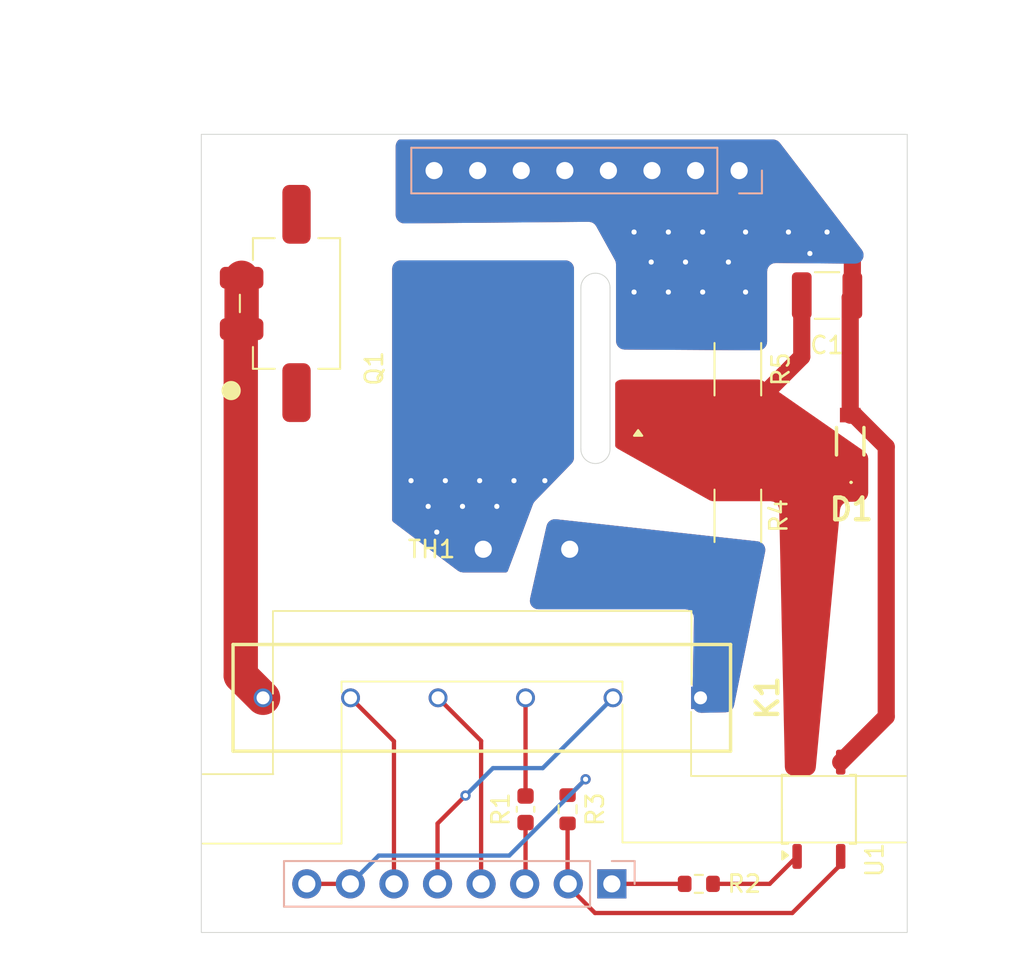
<source format=kicad_pcb>
(kicad_pcb (version 20240108) (generator "pcbnew") (generator_version "8.0")
  (layers (0 "F.Cu" signal) (31 "B.Cu" signal) (34 "B.Paste" user) (35 "F.Paste" user) (36 "B.SilkS" user "B.Silkscreen") (37 "F.SilkS" user "F.Silkscreen") (38 "B.Mask" user) (39 "F.Mask" user) (44 "Edge.Cuts" user))
  (net 0 "")
  (net 1 "Net-(D1-A)")
  (net 2 "Net-(D1-K)")
  (net 3 "/HV+_Akku")
  (net 4 "Net-(K1-Pad2)")
  (net 5 "/GND_Coil")
  (net 6 "/SDC_buf")
  (net 7 "+3V3")
  (net 8 "Net-(R2-Pad2)")
  (net 9 "GND")
  (net 10 "/SDC_closed")
  (net 11 "Net-(Q1-D)")
  (net 12 "/aux_in0")
  (net 13 "/aux_out0")
  (net 14 "Net-(K1-Pad8)")
  (footprint "KDZVTR15B:KDZVTR15B" (layer "F.Cu") (at 161.6 91.7 180)
    (property "Reference" "D1" (at -0.065 -3.975 180) (layer "F.SilkS") (effects (font (size 1.27 1.27) (thickness 0.254))))
    (property "Value" "KDZVTR15B" (hide yes))
    (fp_line (start 0.8 -0.8) (end 0.8 0.8) (stroke (width 0.2)) (layer "F.SilkS"))
    (fp_line (start 0 -2.4) (end 0 -2.4) (stroke (width 0.1)) (layer "F.SilkS"))
    (fp_line (start -0.1 -2.4) (end -0.1 -2.4) (stroke (width 0.1)) (layer "F.SilkS"))
    (fp_line (start -0.8 -0.8) (end -0.8 0.8) (stroke (width 0.2)) (layer "F.SilkS"))
    (fp_arc (start 0 -2.4) (mid -0.05 -2.35) (end -0.1 -2.4) (stroke (width 0.1)) (layer "F.SilkS"))
    (fp_arc (start -0.1 -2.4) (mid -0.05 -2.45) (end 0 -2.4) (stroke (width 0.1)) (layer "F.SilkS"))
    (pad "1" smd rect (at 0 -1.525 270) (size 0.85 1.2) (layers "F.Cu" "F.Paste" "F.Mask") (net 2 "Net-(D1-K)"))
    (pad "2" smd rect (at 0 1.525 270) (size 0.85 1.2) (layers "F.Cu" "F.Paste" "F.Mask") (net 1 "Net-(D1-A)"))
  )
  (footprint "FaSTTUBe_connectors:Micro_Mate-N-Lok_2p_vertical" (layer "F.Cu") (at 129.325 83.665 90)
    (property "Reference" "J2" (hide yes))
    (property "Value" "MMNL_2p_hv+")
    (fp_line (start -0.508 -3.302) (end 0.508 -3.302) (stroke (width 0.12)) (layer "F.SilkS"))
    (fp_line (start 3.81 -2.54) (end 3.81 -1.27) (stroke (width 0.12)) (layer "F.SilkS"))
    (fp_line (start 2.54 -2.54) (end 3.81 -2.54) (stroke (width 0.12)) (layer "F.SilkS"))
    (fp_line (start -3.81 -2.54) (end -2.54 -2.54) (stroke (width 0.12)) (layer "F.SilkS"))
    (fp_line (start -3.81 -1.27) (end -3.81 -2.54) (stroke (width 0.12)) (layer "F.SilkS"))
    (fp_line (start 3.81 2.54) (end 3.81 1.27) (stroke (width 0.12)) (layer "F.SilkS"))
    (fp_line (start -3.81 2.54) (end -3.81 1.27) (stroke (width 0.12)) (layer "F.SilkS"))
    (fp_line (start -3.81 2.54) (end 3.81 2.54) (stroke (width 0.12)) (layer "F.SilkS"))
    (fp_circle (center -5.08 -3.81) (end -4.58 -3.81) (stroke (width 0.12)) (fill solid) (layer "F.SilkS"))
    (pad "" smd roundrect (at -5.2 0 90) (size 3.43 1.65) (layers "F.Cu" "F.Paste" "F.Mask"))
    (pad "" smd roundrect (at 5.2 0 90) (size 3.43 1.65) (layers "F.Cu" "F.Paste" "F.Mask"))
    (pad "1" smd roundrect (at -1.5 -3.2 90) (size 1.27 2.54) (layers "F.Cu" "F.Paste" "F.Mask") (net 3 "/HV+_Akku") (clearance 1.75))
    (pad "2" smd roundrect (at 1.5 -3.2 90) (size 1.27 2.54) (layers "F.Cu" "F.Paste" "F.Mask") (net 3 "/HV+_Akku") (clearance 1.75))
  )
  (footprint "Resistor_SMD:R_2010_5025Metric_Pad1.40x2.65mm_HandSolder" (layer "F.Cu") (at 155.05 96.05 90)
    (property "Reference" "R4" (at 0 2.375 270) (layer "F.SilkS"))
    (property "Value" "1M (600V)")
    (fp_line (start -1.527064 -1.36) (end 1.527064 -1.36) (stroke (width 0.12)) (layer "F.SilkS"))
    (fp_line (start -1.527064 1.36) (end 1.527064 1.36) (stroke (width 0.12)) (layer "F.SilkS"))
    (pad "1" smd roundrect (at -2.4 0 90) (size 1.4 2.65) (layers "F.Cu" "F.Paste" "F.Mask") (roundrect_rratio 0.178571) (net 14 "Net-(K1-Pad8)"))
    (pad "2" smd roundrect (at 2.4 0 90) (size 1.4 2.65) (layers "F.Cu" "F.Paste" "F.Mask") (roundrect_rratio 0.178571) (net 2 "Net-(D1-K)"))
  )
  (footprint "Capacitor_SMD:C_0603_1608Metric" (layer "F.Cu") (at 142.675 113.165 90)
    (property "Reference" "R1" (at 0 -1.45 -90) (layer "F.SilkS"))
    (property "Value" "1k")
    (fp_line (start -0.14058 -0.51) (end 0.14058 -0.51) (stroke (width 0.12)) (layer "F.SilkS"))
    (fp_line (start -0.14058 0.51) (end 0.14058 0.51) (stroke (width 0.12)) (layer "F.SilkS"))
    (pad "1" smd roundrect (at -0.775 0 90) (size 0.9 0.95) (layers "F.Cu" "F.Paste" "F.Mask") (net 6 "/SDC_buf"))
    (pad "2" smd roundrect (at 0.775 0 90) (size 0.9 0.95) (layers "F.Cu" "F.Paste" "F.Mask") (net 4 "Net-(K1-Pad2)"))
  )
  (footprint "Capacitor_SMD:C_1210_3225Metric" (layer "F.Cu") (at 160.25 83.2)
    (property "Reference" "C1" (at 0 2.9 360) (layer "F.SilkS"))
    (property "Value" "10u")
    (fp_line (start -0.711252 -1.36) (end 0.711252 -1.36) (stroke (width 0.12)) (layer "F.SilkS"))
    (fp_line (start -0.711252 1.36) (end 0.711252 1.36) (stroke (width 0.12)) (layer "F.SilkS"))
    (pad "1" smd roundrect (at -1.475 0) (size 1.15 2.7) (layers "F.Cu" "F.Paste" "F.Mask") (roundrect_rratio 0.217391) (net 2 "Net-(D1-K)"))
    (pad "2" smd roundrect (at 1.475 0) (size 1.15 2.7) (layers "F.Cu" "F.Paste" "F.Mask") (roundrect_rratio 0.217391) (net 1 "Net-(D1-A)"))
  )
  (footprint "Package_SO:SOP-4_3.8x4.1mm_P2.54mm" (layer "F.Cu") (at 159.775 113.165 90)
    (property "Reference" "U1" (at -2.95 3.25 -90) (layer "F.SilkS"))
    (property "Value" "WL_OCPT")
    (fp_line (start 2.01 -2.16) (end 2.01 -1.805) (stroke (width 0.12)) (layer "F.SilkS"))
    (fp_line (start 0 -2.16) (end 2.01 -2.16) (stroke (width 0.12)) (layer "F.SilkS"))
    (fp_line (start 0 -2.16) (end -2.01 -2.16) (stroke (width 0.12)) (layer "F.SilkS"))
    (fp_line (start -2.01 -2.16) (end -2.01 -1.805) (stroke (width 0.12)) (layer "F.SilkS"))
    (fp_line (start 2.01 2.16) (end 2.01 1.805) (stroke (width 0.12)) (layer "F.SilkS"))
    (fp_line (start 0 2.16) (end 2.01 2.16) (stroke (width 0.12)) (layer "F.SilkS"))
    (fp_line (start 0 2.16) (end -2.01 2.16) (stroke (width 0.12)) (layer "F.SilkS"))
    (fp_line (start -2.01 2.16) (end -2.01 1.805) (stroke (width 0.12)) (layer "F.SilkS"))
    (fp_poly (pts (xy -2.6875 -1.805) (xy -2.9275 -2.135) (xy -2.4475 -2.135) (xy -2.6875 -1.805)) (stroke (width 0.12)) (fill solid) (layer "F.SilkS"))
    (pad "1" smd roundrect (at -2.75 -1.27 90) (size 1.45 0.55) (layers "F.Cu" "F.Paste" "F.Mask") (net 8 "Net-(R2-Pad2)"))
    (pad "2" smd roundrect (at -2.75 1.27 90) (size 1.45 0.55) (layers "F.Cu" "F.Paste" "F.Mask") (net 10 "/SDC_closed"))
    (pad "3" smd roundrect (at 2.75 1.27 90) (size 1.45 0.55) (layers "F.Cu" "F.Paste" "F.Mask") (net 1 "Net-(D1-A)"))
    (pad "4" smd roundrect (at 2.75 -1.27 90) (size 1.45 0.55) (layers "F.Cu" "F.Paste" "F.Mask") (net 2 "Net-(D1-K)"))
  )
  (footprint "Resistor_SMD:R_0603_1608Metric" (layer "F.Cu") (at 152.775 117.515)
    (property "Reference" "R2" (at 2.65 0 0) (layer "F.SilkS"))
    (property "Value" "20")
    (fp_line (start -0.237258 -0.5225) (end 0.237258 -0.5225) (stroke (width 0.12)) (layer "F.SilkS"))
    (fp_line (start -0.237258 0.5225) (end 0.237258 0.5225) (stroke (width 0.12)) (layer "F.SilkS"))
    (pad "1" smd roundrect (at -0.825 0) (size 0.8 0.95) (layers "F.Cu" "F.Paste" "F.Mask") (net 7 "+3V3"))
    (pad "2" smd roundrect (at 0.825 0) (size 0.8 0.95) (layers "F.Cu" "F.Paste" "F.Mask") (net 8 "Net-(R2-Pad2)"))
  )
  (footprint "Connector_PinHeader_2.54mm:PinHeader_1x02_P2.54mm_Vertical" (layer "F.Cu") (at 142.75 98 -90)
    (property "Reference" "TH1" (at 0 5.55 180) (layer "F.SilkS"))
    (property "Value" "PTCEL13R501NxE")
    (pad "1" thru_hole rect (at 0 -2.5 270) (size 1.7 1.7) (drill 1) (layers "*.Cu" "*.Mask") (net 14 "Net-(K1-Pad8)"))
    (pad "2" thru_hole oval (at 0 2.54 270) (size 1.7 1.7) (drill 1) (layers "*.Cu" "*.Mask") (net 11 "Net-(Q1-D)"))
  )
  (footprint "Resistor_SMD:R_0603_1608Metric" (layer "F.Cu") (at 145.125 113.165 90)
    (property "Reference" "R3" (at 0 1.6 -90) (layer "F.SilkS"))
    (property "Value" "100k")
    (fp_line (start -0.237258 -0.5225) (end 0.237258 -0.5225) (stroke (width 0.12)) (layer "F.SilkS"))
    (fp_line (start -0.237258 0.5225) (end 0.237258 0.5225) (stroke (width 0.12)) (layer "F.SilkS"))
    (pad "1" smd roundrect (at -0.825 0 90) (size 0.8 0.95) (layers "F.Cu" "F.Paste" "F.Mask") (net 10 "/SDC_closed"))
    (pad "2" smd roundrect (at 0.825 0 90) (size 0.8 0.95) (layers "F.Cu" "F.Paste" "F.Mask") (net 9 "GND"))
  )
  (footprint "MountingHole:MountingHole_4.3mm_M4" (layer "F.Cu") (at 130.55 96.4)
    (property "Reference" "H1" (hide yes))
    (property "Value" "MountingHole")
    (pad "" np_thru_hole circle (at 0 0) (size 4.3 4.3) (drill 4.3) (layers "*.Cu" "*.Mask"))
  )
  (footprint "Resistor_SMD:R_2010_5025Metric_Pad1.40x2.65mm_HandSolder" (layer "F.Cu") (at 155.05 87.5 90)
    (property "Reference" "R5" (at 0 2.5 270) (layer "F.SilkS"))
    (property "Value" "1M")
    (fp_line (start -1.527064 -1.36) (end 1.527064 -1.36) (stroke (width 0.12)) (layer "F.SilkS"))
    (fp_line (start -1.527064 1.36) (end 1.527064 1.36) (stroke (width 0.12)) (layer "F.SilkS"))
    (pad "1" smd roundrect (at -2.4 0 90) (size 1.4 2.65) (layers "F.Cu" "F.Paste" "F.Mask") (roundrect_rratio 0.178571) (net 2 "Net-(D1-K)"))
    (pad "2" smd roundrect (at 2.4 0 90) (size 1.4 2.65) (layers "F.Cu" "F.Paste" "F.Mask") (roundrect_rratio 0.178571) (net 1 "Net-(D1-A)"))
  )
  (footprint "Package_TO_SOT_SMD:TO-263-2" (layer "F.Cu") (at 141.85 87.45 180)
    (property "Reference" "Q1" (at 8 0 -90) (layer "F.SilkS"))
    (property "Value" "STB10LN80K5")
    (fp_poly (pts (xy -7.3875 -3.6) (xy -7.6275 -3.93) (xy -7.1475 -3.93) (xy -7.3875 -3.6)) (stroke (width 0.12)) (fill solid) (layer "F.SilkS"))
    (pad "1" smd roundrect (at -8 -2.6 180) (size 3.725 1.8475) (layers "F.Cu" "F.Paste" "F.Mask") (roundrect_rratio 0.227273) (net 2 "Net-(D1-K)"))
    (pad "2" smd roundrect (at -0.925 -2.775 180) (size 4.55 5.25) (layers "F.Cu" "F.Paste") (roundrect_rratio 0.054945) (net 11 "Net-(Q1-D)"))
    (pad "2" smd roundrect (at -0.925 2.775 180) (size 4.55 5.25) (layers "F.Cu" "F.Paste") (roundrect_rratio 0.054945) (net 11 "Net-(Q1-D)"))
    (pad "2" smd roundrect (at 1.5 0 180) (size 9.4 10.8) (layers "F.Cu" "F.Mask") (roundrect_rratio 0.026596) (net 11 "Net-(Q1-D)") (clearance 2.75))
    (pad "2" smd roundrect (at 3.925 -2.775 180) (size 4.55 5.25) (layers "F.Cu" "F.Paste") (roundrect_rratio 0.054945) (net 11 "Net-(Q1-D)"))
    (pad "2" smd roundrect (at 3.925 2.775 180) (size 4.55 5.25) (layers "F.Cu" "F.Paste") (roundrect_rratio 0.054945) (net 11 "Net-(Q1-D)"))
    (pad "3" smd roundrect (at -8.0375 2.4 180) (size 3.675 1.8775) (layers "F.Cu" "F.Paste" "F.Mask") (roundrect_rratio 0.227273) (net 1 "Net-(D1-A)"))
  )
  (footprint "104-2-A-24_1D:1042A122D" (layer "F.Cu") (at 152.875 106.665 180)
    (property "Reference" "K1" (at -3.9 0 -90) (layer "F.SilkS") (effects (font (size 1.27 1.27) (thickness 0.254))))
    (property "Value" "104-2-A-24/1D " (hide yes))
    (fp_line (start 27.25 3.11) (end -1.75 3.11) (stroke (width 0.2)) (layer "F.SilkS"))
    (fp_line (start 27.25 -3.11) (end 27.25 3.11) (stroke (width 0.2)) (layer "F.SilkS"))
    (fp_line (start -1.75 3.11) (end -1.75 -3.11) (stroke (width 0.2)) (layer "F.SilkS"))
    (fp_line (start -1.75 -3.11) (end 27.25 -3.11) (stroke (width 0.2)) (layer "F.SilkS"))
    (pad "1" thru_hole circle (at 20.4 0 180) (size 1.1 1.1) (drill 0.76) (layers "*.Cu" "*.Mask") (net 12 "/aux_in0"))
    (pad "2" thru_hole circle (at 10.2 0 180) (size 1.1 1.1) (drill 0.76) (layers "*.Cu" "*.Mask") (net 4 "Net-(K1-Pad2)"))
    (pad "6" thru_hole circle (at 15.3 0 180) (size 1.1 1.1) (drill 0.76) (layers "*.Cu" "*.Mask") (net 5 "/GND_Coil"))
    (pad "7" thru_hole circle (at 5.1 0 180) (size 1.1 1.1) (drill 0.76) (layers "*.Cu" "*.Mask") (net 13 "/aux_out0"))
    (pad "8" thru_hole rect (at 0 0 180) (size 1.1 1.303) (drill 0.76) (layers "*.Cu" "*.Mask") (net 14 "Net-(K1-Pad8)") (clearance 2))
    (pad "14" thru_hole circle (at 25.5 0 180) (size 1.1 1.1) (drill 0.76) (layers "*.Cu" "*.Mask") (net 3 "/HV+_Akku") (clearance 2))
  )
  (footprint "Connector_PinHeader_2.54mm:PinHeader_1x08_P2.54mm_Vertical" (layer "B.Cu") (at 155.125 75.915 90)
    (property "Reference" "J3" (hide yes))
    (property "Value" "HV+_Vehicle_Side")
    (fp_line (start 1.33 -19.11) (end -1.33 -19.11) (stroke (width 0.12)) (layer "B.SilkS"))
    (fp_line (start 1.33 -19.11) (end 1.33 -1.27) (stroke (width 0.12)) (layer "B.SilkS"))
    (fp_line (start -1.33 -19.11) (end -1.33 -1.27) (stroke (width 0.12)) (layer "B.SilkS"))
    (fp_line (start 1.33 -1.27) (end -1.33 -1.27) (stroke (width 0.12)) (layer "B.SilkS"))
    (fp_line (start 0 1.33) (end -1.33 1.33) (stroke (width 0.12)) (layer "B.SilkS"))
    (fp_line (start -1.33 1.33) (end -1.33 0) (stroke (width 0.12)) (layer "B.SilkS"))
    (pad "1" thru_hole rect (at 0 0 90) (size 1.7 1.7) (drill 1) (layers "*.Cu" "*.Mask") (net 1 "Net-(D1-A)") (clearance 2))
    (pad "2" thru_hole oval (at 0 -2.54 90) (size 1.7 1.7) (drill 1) (layers "*.Cu" "*.Mask") (net 1 "Net-(D1-A)") (clearance 2))
    (pad "3" thru_hole oval (at 0 -5.08 90) (size 1.7 1.7) (drill 1) (layers "*.Cu" "*.Mask") (net 1 "Net-(D1-A)") (clearance 2))
    (pad "4" thru_hole oval (at 0 -7.62 90) (size 1.7 1.7) (drill 1) (layers "*.Cu" "*.Mask") (net 1 "Net-(D1-A)") (clearance 2))
    (pad "5" thru_hole oval (at 0 -10.16 90) (size 1.7 1.7) (drill 1) (layers "*.Cu" "*.Mask") (net 1 "Net-(D1-A)") (clearance 2))
    (pad "6" thru_hole oval (at 0 -12.7 90) (size 1.7 1.7) (drill 1) (layers "*.Cu" "*.Mask") (net 1 "Net-(D1-A)") (clearance 2))
    (pad "7" thru_hole oval (at 0 -15.24 90) (size 1.7 1.7) (drill 1) (layers "*.Cu" "*.Mask") (net 1 "Net-(D1-A)") (clearance 2))
    (pad "8" thru_hole oval (at 0 -17.78 90) (size 1.7 1.7) (drill 1) (layers "*.Cu" "*.Mask") (net 1 "Net-(D1-A)") (clearance 2))
  )
  (footprint "Connector_PinSocket_2.54mm:PinSocket_1x08_P2.54mm_Vertical" (layer "B.Cu") (at 147.705 117.515 90)
    (property "Reference" "J1" (hide yes))
    (property "Value" "Conn_01x08")
    (fp_line (start 1.33 -19.11) (end -1.33 -19.11) (stroke (width 0.12)) (layer "B.SilkS"))
    (fp_line (start 1.33 -19.11) (end 1.33 -1.27) (stroke (width 0.12)) (layer "B.SilkS"))
    (fp_line (start -1.33 -19.11) (end -1.33 -1.27) (stroke (width 0.12)) (layer "B.SilkS"))
    (fp_line (start 1.33 -1.27) (end -1.33 -1.27) (stroke (width 0.12)) (layer "B.SilkS"))
    (fp_line (start 1.33 0) (end 1.33 1.33) (stroke (width 0.12)) (layer "B.SilkS"))
    (fp_line (start 1.33 1.33) (end 0 1.33) (stroke (width 0.12)) (layer "B.SilkS"))
    (pad "1" thru_hole rect (at 0 0 90) (size 1.7 1.7) (drill 1) (layers "*.Cu" "*.Mask") (net 7 "+3V3"))
    (pad "2" thru_hole oval (at 0 -2.54 90) (size 1.7 1.7) (drill 1) (layers "*.Cu" "*.Mask") (net 10 "/SDC_closed"))
    (pad "3" thru_hole oval (at 0 -5.08 90) (size 1.7 1.7) (drill 1) (layers "*.Cu" "*.Mask") (net 6 "/SDC_buf"))
    (pad "4" thru_hole oval (at 0 -7.62 90) (size 1.7 1.7) (drill 1) (layers "*.Cu" "*.Mask") (net 5 "/GND_Coil"))
    (pad "5" thru_hole oval (at 0 -10.16 90) (size 1.7 1.7) (drill 1) (layers "*.Cu" "*.Mask") (net 13 "/aux_out0"))
    (pad "6" thru_hole oval (at 0 -12.7 90) (size 1.7 1.7) (drill 1) (layers "*.Cu" "*.Mask") (net 12 "/aux_in0"))
    (pad "7" thru_hole oval (at 0 -15.24 90) (size 1.7 1.7) (drill 1) (layers "*.Cu" "*.Mask") (net 9 "GND"))
    (pad "8" thru_hole oval (at 0 -17.78 90) (size 1.7 1.7) (drill 1) (layers "*.Cu" "*.Mask") (net 9 "GND"))
  )
  (gr_line (start 131.95 107) (end 131.95 115.165) (stroke (width 0.1)) (layer "F.SilkS"))
  (gr_line (start 131.95 105.715) (end 148.325 105.715) (stroke (width 0.1)) (layer "F.SilkS"))
  (gr_line (start 127.95 106.425) (end 127.95 101.625) (stroke (width 0.1)) (layer "F.SilkS"))
  (gr_line (start 131.95 115.165) (end 123.85 115.165) (stroke (width 0.1)) (layer "F.SilkS"))
  (gr_line (start 164.85 115.1) (end 148.325 115.1) (stroke (width 0.1)) (layer "F.SilkS"))
  (gr_line (start 131.95 105.715) (end 131.95 106.35) (stroke (width 0.1)) (layer "F.SilkS"))
  (gr_line (start 127.95 101.6) (end 152.35 101.6) (stroke (width 0.1)) (layer "F.SilkS"))
  (gr_line (start 152.35 101.6) (end 152.35 105.9) (stroke (width 0.1)) (layer "F.SilkS"))
  (gr_line (start 152.325 111.225) (end 152.325 107.485) (stroke (width 0.1)) (layer "F.SilkS"))
  (gr_line (start 127.95 106.9) (end 127.95 111.115) (stroke (width 0.1)) (layer "F.SilkS"))
  (gr_line (start 148.325 115.1) (end 148.325 107.05) (stroke (width 0.1)) (layer "F.SilkS"))
  (gr_line (start 148.325 105.715) (end 148.325 106.35) (stroke (width 0.1)) (layer "F.SilkS"))
  (gr_line (start 164.85 111.225) (end 152.325 111.225) (stroke (width 0.1)) (layer "F.SilkS"))
  (gr_line (start 127.975 111.115) (end 123.85 111.115) (stroke (width 0.1)) (layer "F.SilkS"))
  (gr_arc (start 145.9 82.75) (mid 146.75 81.9) (end 147.6 82.75) (stroke (width 0.05)) (layer "Edge.Cuts"))
  (gr_rect (start 123.775 73.8) (end 164.925 120.35) (stroke (width 0.05)) (fill none) (layer "Edge.Cuts"))
  (gr_arc (start 147.6 92.15) (mid 146.75 93) (end 145.9 92.15) (stroke (width 0.05)) (layer "Edge.Cuts"))
  (gr_line (start 145.9 92.15) (end 145.9 82.75) (stroke (width 0.05)) (layer "Edge.Cuts"))
  (gr_line (start 147.6 82.75) (end 147.6 92.15) (stroke (width 0.05)) (layer "Edge.Cuts"))
  (segment (start 163.7 107.76) (end 163.7 92.025) (width 1) (layer "F.Cu") (net 1))
  (segment (start 163.7 92.025) (end 161.85 90.175) (width 1) (layer "F.Cu") (net 1))
  (segment (start 161.725 80.975) (end 160.25 79.5) (width 1) (layer "F.Cu") (net 1))
  (segment (start 161.85 90.175) (end 161.6 90.175) (width 1) (layer "F.Cu") (net 1))
  (segment (start 161.6 90.175) (end 161.6 83.325) (width 1) (layer "F.Cu") (net 1))
  (segment (start 161.6 83.325) (end 161.725 83.2) (width 1) (layer "F.Cu") (net 1))
  (segment (start 161.045 110.415) (end 163.7 107.76) (width 1) (layer "F.Cu") (net 1))
  (segment (start 161.725 83.2) (end 161.725 80.975) (width 1) (layer "F.Cu") (net 1))
  (via (at 151 79.5) (size 0.6) (drill 0.3) (layers "F.Cu" "B.Cu") (net 1))
  (via (at 150 81.25) (size 0.6) (drill 0.3) (layers "F.Cu" "B.Cu") (net 1))
  (via (at 153 79.5) (size 0.6) (drill 0.3) (layers "F.Cu" "B.Cu") (net 1))
  (via (at 160.25 79.5) (size 0.6) (drill 0.3) (layers "F.Cu" "B.Cu") (net 1))
  (via (at 154.5 81.25) (size 0.6) (drill 0.3) (layers "F.Cu" "B.Cu") (net 1))
  (via (at 149 83) (size 0.6) (drill 0.3) (layers "F.Cu" "B.Cu") (net 1))
  (via (at 155.5 79.5) (size 0.6) (drill 0.3) (layers "F.Cu" "B.Cu") (net 1))
  (via (at 151 83) (size 0.6) (drill 0.3) (layers "F.Cu" "B.Cu") (net 1))
  (via (at 159.25 80.75) (size 0.6) (drill 0.3) (layers "F.Cu" "B.Cu") (net 1))
  (via (at 158 79.5) (size 0.6) (drill 0.3) (layers "F.Cu" "B.Cu") (net 1))
  (via (at 152 81.25) (size 0.6) (drill 0.3) (layers "F.Cu" "B.Cu") (net 1))
  (via (at 155.5 83) (size 0.6) (drill 0.3) (layers "F.Cu" "B.Cu") (net 1))
  (via (at 149 79.5) (size 0.6) (drill 0.3) (layers "F.Cu" "B.Cu") (net 1))
  (via (at 153 83) (size 0.6) (drill 0.3) (layers "F.Cu" "B.Cu") (net 1))
  (segment (start 158.775 86.775) (end 158.775 83.2) (width 1) (layer "F.Cu") (net 2))
  (segment (start 155.65 89.9) (end 158.775 86.775) (width 1) (layer "F.Cu") (net 2))
  (segment (start 155.05 89.9) (end 155.65 89.9) (width 1) (layer "F.Cu") (net 2))
  (segment (start 126.125 85.165) (end 126.125 82.165) (width 2) (layer "F.Cu") (net 3))
  (segment (start 126.075 105.365) (end 126.075 85.215) (width 2) (layer "F.Cu") (net 3))
  (segment (start 127.375 106.665) (end 126.075 105.365) (width 2) (layer "F.Cu") (net 3))
  (segment (start 126.075 85.215) (end 126.125 85.165) (width 2) (layer "F.Cu") (net 3))
  (segment (start 142.675 112.39) (end 142.675 106.665) (width 0.25) (layer "F.Cu") (net 4))
  (segment (start 137.575 106.665) (end 140.085 109.175) (width 0.25) (layer "F.Cu") (net 5))
  (segment (start 140.085 109.175) (end 140.085 117.515) (width 0.25) (layer "F.Cu") (net 5))
  (segment (start 142.675 113.94) (end 142.675 117.465) (width 0.25) (layer "F.Cu") (net 6))
  (segment (start 142.675 117.465) (end 142.625 117.515) (width 0.25) (layer "F.Cu") (net 6))
  (segment (start 147.705 117.515) (end 151.95 117.515) (width 0.25) (layer "F.Cu") (net 7))
  (segment (start 156.905 117.515) (end 158.505 115.915) (width 0.25) (layer "F.Cu") (net 8))
  (segment (start 153.6 117.515) (end 156.905 117.515) (width 0.25) (layer "F.Cu") (net 8))
  (segment (start 145.125 112.34) (end 145.25 112.34) (width 0.25) (layer "F.Cu") (net 9))
  (segment (start 145.25 112.34) (end 146.175 111.415) (width 0.25) (layer "F.Cu") (net 9))
  (segment (start 129.925 117.515) (end 132.465 117.515) (width 0.25) (layer "F.Cu") (net 9))
  (via (at 146.175 111.415) (size 0.6) (drill 0.3) (layers "F.Cu" "B.Cu") (net 9))
  (segment (start 146.175 111.415) (end 141.725 115.865) (width 0.25) (layer "B.Cu") (net 9))
  (segment (start 134.115 115.865) (end 132.465 117.515) (width 0.25) (layer "B.Cu") (net 9))
  (segment (start 141.725 115.865) (end 134.115 115.865) (width 0.25) (layer "B.Cu") (net 9))
  (segment (start 145.125 117.475) (end 145.165 117.515) (width 0.25) (layer "F.Cu") (net 10))
  (segment (start 145.125 113.99) (end 145.125 117.475) (width 0.25) (layer "F.Cu") (net 10))
  (segment (start 146.725 119.215) (end 158.225 119.215) (width 0.25) (layer "F.Cu") (net 10))
  (segment (start 158.225 119.215) (end 161.045 116.395) (width 0.25) (layer "F.Cu") (net 10))
  (segment (start 161.045 116.395) (end 161.045 115.915) (width 0.25) (layer "F.Cu") (net 10))
  (segment (start 145.165 117.655) (end 146.725 119.215) (width 0.25) (layer "F.Cu") (net 10))
  (segment (start 145.165 117.515) (end 145.165 117.655) (width 0.25) (layer "F.Cu") (net 10))
  (via (at 138 94) (size 0.6) (drill 0.3) (layers "F.Cu" "B.Cu") (net 11))
  (via (at 140 94) (size 0.6) (drill 0.3) (layers "F.Cu" "B.Cu") (net 11))
  (via (at 141 95.5) (size 0.6) (drill 0.3) (layers "F.Cu" "B.Cu") (net 11))
  (via (at 137.5 97) (size 0.6) (drill 0.3) (layers "F.Cu" "B.Cu") (net 11))
  (via (at 137 95.5) (size 0.6) (drill 0.3) (layers "F.Cu" "B.Cu") (net 11))
  (via (at 136 94) (size 0.6) (drill 0.3) (layers "F.Cu" "B.Cu") (net 11))
  (via (at 139 95.5) (size 0.6) (drill 0.3) (layers "F.Cu" "B.Cu") (net 11))
  (via (at 142 94) (size 0.6) (drill 0.3) (layers "F.Cu" "B.Cu") (net 11))
  (via (at 143.8 94) (size 0.6) (drill 0.3) (layers "F.Cu" "B.Cu") (net 11))
  (segment (start 135.005 109.195) (end 132.475 106.665) (width 0.25) (layer "F.Cu") (net 12))
  (segment (start 135.005 117.515) (end 135.005 109.195) (width 0.25) (layer "F.Cu") (net 12))
  (segment (start 139.175 112.365) (end 137.545 113.995) (width 0.25) (layer "F.Cu") (net 13))
  (segment (start 137.545 113.995) (end 137.545 117.515) (width 0.25) (layer "F.Cu") (net 13))
  (via (at 139.175 112.365) (size 0.6) (drill 0.3) (layers "F.Cu" "B.Cu") (net 13))
  (segment (start 139.175 112.365) (end 140.775 110.765) (width 0.25) (layer "B.Cu") (net 13))
  (segment (start 143.675 110.765) (end 147.775 106.665) (width 0.25) (layer "B.Cu") (net 13))
  (segment (start 140.775 110.765) (end 143.675 110.765) (width 0.25) (layer "B.Cu") (net 13))
  (zone (net 2) (net_name "Net-(D1-K)") (layer "F.Cu") (priority 2) (connect_pads yes (clearance 0.5)) (min_thickness 0.25) (fill yes (thermal_gap 0.5) (thermal_bridge_width 0.5) (smoothing fillet) (radius 0.5))
    (polygon (pts (xy 157.8 111.2) (xy 159.55 111.2) (xy 161.05 95.25) (xy 162.65 95.2) (xy 162.65 92.45) (xy 156.4 88.1) (xy 147.8 88.1) (xy 147.8 92) (xy 153.5 95.2) (xy 157.45 95.2)))
  )
  (zone (net 1) (net_name "Net-(D1-A)") (layers "F&B.Cu") (priority 1) (connect_pads (clearance 0.5)) (min_thickness 0.25) (fill yes (thermal_gap 0.5) (thermal_bridge_width 0.5) (smoothing fillet) (radius 0.5))
    (polygon (pts (xy 135.104939 74) (xy 157.34857 74.102035) (xy 162.9 81.353904) (xy 156.754939 81.3) (xy 156.754939 86.4) (xy 147.95 86.35) (xy 147.95 81.25) (xy 146.65 78.9) (xy 135.104939 79)))
  )
  (zone (net 11) (net_name "Net-(Q1-D)") (layers "F&B.Cu") (connect_pads (clearance 0.5)) (min_thickness 0.25) (fill yes (thermal_gap 0.5) (thermal_bridge_width 0.5) (smoothing fillet) (radius 0.5))
    (polygon (pts (xy 134.95 96.401781) (xy 138.863667 99.351781) (xy 141.475 99.351781) (xy 141.610373 99.35) (xy 143.14298 95.278111) (xy 143.14298 95.278111) (xy 145.5 92.851781) (xy 145.5 81.151781) (xy 145.5 81.151781) (xy 134.9 81.151781) (xy 134.9 81.151781) (xy 134.9 96.33035) (xy 134.906451 96.35)))
  )
  (zone (net 14) (net_name "Net-(K1-Pad8)") (layers "F&B.Cu") (priority 3) (connect_pads (clearance 0.5)) (min_thickness 0.25) (fill yes (thermal_gap 0.5) (thermal_bridge_width 0.5) (smoothing fillet) (radius 0.5))
    (polygon (pts (xy 152.5 101.5) (xy 152.4 107.55) (xy 154.75 107.5) (xy 156.75 97.6) (xy 144 96.2) (xy 142.8 101.5)))
  )
)
</source>
